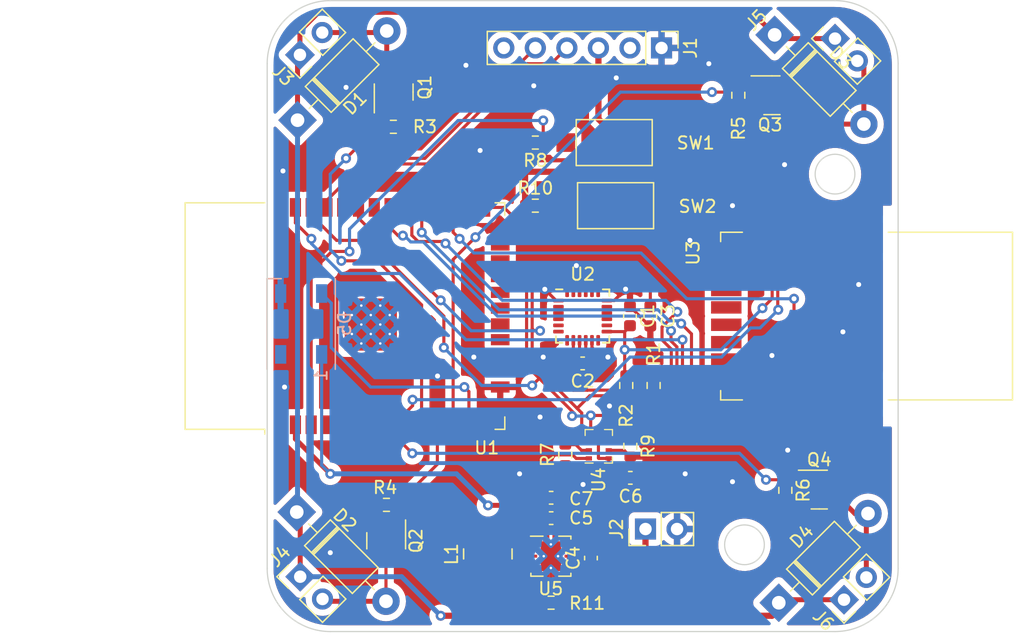
<source format=kicad_pcb>
(kicad_pcb (version 20211014) (generator pcbnew)
  (layers (0 "F.Cu" signal) (31 "B.Cu" signal) (34 "B.Paste" user) (35 "F.Paste" user) (36 "B.SilkS" user "B.Silkscreen") (37 "F.SilkS" user "F.Silkscreen") (38 "B.Mask" user) (39 "F.Mask" user) (44 "Edge.Cuts" user))
  (net 0 "")
  (net 24 "ESP_RX")
  (net 27 "ESP_TX")
  (net 28 "Net-(R8-Pad2)")
  (net 29 "Net-(R10-Pad2)")
  (net 36 "GND")
  (net 37 "MISO")
  (net 38 "SCK")
  (net 40 "VCC")
  (net 41 "MOSI")
  (net 42 "MPU_IRQ")
  (net 43 "DW_RST")
  (net 44 "SS")
  (net 45 "SDA")
  (net 46 "SCL")
  (net 47 "DW_IRQ")
  (net 48 "Net-(C2-Pad1)")
  (net 49 "Net-(C3-Pad1)")
  (net 50 "MOTOR_4")
  (net 51 "MOTOR_1")
  (net 52 "MOTOR_2")
  (net 53 "MOTOR_3")
  (net 54 "Net-(D1-Pad2)")
  (net 55 "Net-(D2-Pad2)")
  (net 56 "Net-(D3-Pad2)")
  (net 57 "Net-(D4-Pad2)")
  (net 58 "Net-(R7-Pad2)")
  (net 59 "Net-(R9-Pad1)")
  (net 69 "WS_IN")
  (net 71 "Net-(C4-Pad1)")
  (net 72 "BAT+")
  (net 73 "Net-(L1-Pad1)")
  (net 74 "Net-(L1-Pad2)")
  (net 75 "Net-(U1-Pad13)")
  (footprint "Resistor_SMD:R_0603_1608Metric" (layer "F.Cu") (at 107.315 107.188 -90)
    (fp_text reference "R1")
    (fp_text value "R_Small" hide)
  )
  (footprint "Resistor_SMD:R_0603_1608Metric" (layer "F.Cu") (at 97.79 92.71)
    (fp_text reference "R10")
    (fp_text value "10K" hide)
  )
  (footprint "Connector_PinHeader_2.54mm:PinHeader_1x02_P2.54mm_Vertical" (layer "F.Cu") (at 78.837057 80.565679 135)
    (fp_text reference "J3")
    (fp_text value "Conn_01x02" hide)
  )
  (footprint "Package_TO_SOT_SMD:SOT-23" (layer "F.Cu") (at 85.781542 119.691168 -90)
    (fp_text reference "Q2")
    (fp_text value "Si2319CDS" hide)
  )
  (footprint "Resistor_SMD:R_0603_1608Metric" (layer "F.Cu") (at 117.920084 115.629341 -90)
    (fp_text reference "R6")
    (fp_text value "R_Small" hide)
  )
  (footprint "RF_Module:DWM1000" (layer "F.Cu") (at 124.46 101.6 -90)
    (fp_text reference "U3")
    (fp_text value "DWM1000" hide)
  )
  (footprint "Package_TO_SOT_SMD:SOT-23" (layer "F.Cu") (at 116.84 83.82)
    (fp_text reference "Q3")
    (fp_text value "Si2319CDS" hide)
  )
  (footprint "Resistor_SMD:R_0603_1608Metric" (layer "F.Cu") (at 105.44 112.085 -90)
    (fp_text reference "R9")
    (fp_text value "10K" hide)
  )
  (footprint "Sensor_Motion:InvenSense_QFN-24_4x4mm_P0.5mm" (layer "F.Cu") (at 101.6 101.6)
    (fp_text reference "U2")
    (fp_text value "MPU-6050" hide)
  )
  (footprint "Connector_PinHeader_2.54mm:PinHeader_1x02_P2.54mm_Vertical" (layer "F.Cu") (at 121.92 79.2557 45)
    (fp_text reference "J5")
    (fp_text value "Conn_01x02" hide)
  )
  (footprint "LPS4012:IND_LPS4012-103MRB" (layer "F.Cu") (at 93.965254 120.748061 90)
    (fp_text reference "L1")
    (fp_text value "LPS4012-103MRB" hide)
  )
  (footprint "Resistor_SMD:R_0603_1608Metric" (layer "F.Cu") (at 114.133835 83.82 -90)
    (fp_text reference "R5")
    (fp_text value "R_Small" hide)
  )
  (footprint "Resistor_SMD:R_0603_1608Metric" (layer "F.Cu") (at 105.11 107.188 -90)
    (fp_text reference "R2")
    (fp_text value "R_Small" hide)
  )
  (footprint "Connector_PinHeader_2.54mm:PinHeader_1x02_P2.54mm_Vertical" (layer "F.Cu") (at 122.644025 124.436286 135)
    (fp_text reference "J6")
    (fp_text value "Conn_01x02" hide)
  )
  (footprint "Package_TO_SOT_SMD:SOT-23" (layer "F.Cu") (at 86.384934 83.559996 90)
    (fp_text reference "Q1")
    (fp_text value "Si2319CDS" hide)
  )
  (footprint "Capacitor_SMD:C_0603_1608Metric" (layer "F.Cu") (at 102.267846 121.083827 90)
    (fp_text reference "C4")
    (fp_text value "0.1uF" hide)
  )
  (footprint "Capacitor_SMD:C_0603_1608Metric" (layer "F.Cu") (at 105.41 101.6 -90)
    (fp_text reference "C1")
    (fp_text value "C")
  )
  (footprint "Resistor_SMD:R_0603_1608Metric" (layer "F.Cu") (at 99.06 124.676358)
    (fp_text reference "R11")
    (fp_text value "100" hide)
  )
  (footprint "Package_SON:Texas_DRC0010J_ThermalVias" (layer "F.Cu") (at 99.042452 120.931206)
    (fp_text reference "U5")
    (fp_text value "TPS63001" hide)
  )
  (footprint "Resistor_SMD:R_0603_1608Metric" (layer "F.Cu") (at 86.36 86.36)
    (fp_text reference "R3")
    (fp_text value "R_Small" hide)
  )
  (footprint "Diode_THT:D_DO-41_SOD81_P10.16mm_Horizontal" (layer "F.Cu") (at 78.642492 85.826697 45)
    (fp_text reference "D1")
    (fp_text value "1N5819" hide)
  )
  (footprint "Package_LGA:Bosch_LGA-8_2x2.5mm_P0.65mm_ClockwisePinNumbering" (layer "F.Cu") (at 102.9 112.085 90)
    (fp_text reference "U4")
    (fp_text value "BMP280" hide)
  )
  (footprint "Button_Switch_SMD:SW_SPST_CK_RS282G05A3" (layer "F.Cu") (at 104.25 92.71)
    (fp_text reference "SW2")
    (fp_text value "SW_Push_Open" hide)
  )
  (footprint "Capacitor_SMD:C_0603_1608Metric" (layer "F.Cu") (at 101.6 105.41 180)
    (fp_text reference "C2")
    (fp_text value "C")
  )
  (footprint "RF_Module:ESP32-WROOM-32" (layer "F.Cu") (at 85.452071 101.6 90)
    (fp_text reference "U1")
    (fp_text value "ESP32-WROOM-32" hide)
  )
  (footprint "Resistor_SMD:R_0603_1608Metric" (layer "F.Cu") (at 97.79 87.63)
    (fp_text reference "R8")
    (fp_text value "10K" hide)
  )
  (footprint "Diode_THT:D_DO-41_SOD81_P10.16mm_Horizontal" (layer "F.Cu") (at 78.580684 117.378366 -45)
    (fp_text reference "D2")
    (fp_text value "1N5819" hide)
  )
  (footprint "Diode_THT:D_DO-41_SOD81_P10.16mm_Horizontal" (layer "F.Cu") (at 117.390235 124.681275 45)
    (fp_text reference "D4")
    (fp_text value "1N5819" hide)
  )
  (footprint "Connector_PinHeader_2.54mm:PinHeader_1x02_P2.54mm_Vertical" (layer "F.Cu") (at 106.66 118.745 90)
    (fp_text reference "J2")
    (fp_text value "Conn_01x02" hide)
  )
  (footprint "Diode_THT:D_DO-41_SOD81_P10.16mm_Horizontal" (layer "F.Cu") (at 117.057898 78.957898 -45)
    (fp_text reference "D3")
    (fp_text value "1N5819" hide)
  )
  (footprint "Capacitor_SMD:C_0603_1608Metric" (layer "F.Cu") (at 99.064521 117.868608 180)
    (fp_text reference "C5")
    (fp_text value "0.1uF" hide)
  )
  (footprint "Resistor_SMD:R_0603_1608Metric" (layer "F.Cu") (at 100.203 112.776 90)
    (fp_text reference "R7")
    (fp_text value "10K" hide)
  )
  (footprint "Resistor_SMD:R_0603_1608Metric" (layer "F.Cu") (at 85.802641 116.800693 180)
    (fp_text reference "R4")
    (fp_text value "R_Small" hide)
  )
  (footprint "Capacitor_SMD:C_0603_1608Metric" (layer "F.Cu") (at 107.048911 101.611935 -90)
    (fp_text reference "C3")
    (fp_text value "C")
  )
  (footprint "Button_Switch_SMD:SW_SPST_CK_RS282G05A3" (layer "F.Cu") (at 104.14 87.63 180)
    (fp_text reference "SW1")
    (fp_text value "SW_Push_Open" hide)
  )
  (footprint "Capacitor_SMD:C_0603_1608Metric" (layer "F.Cu") (at 99.062801 116.230473 180)
    (fp_text reference "C7")
    (fp_text value "0.1uF" hide)
  )
  (footprint "Capacitor_SMD:C_0603_1608Metric" (layer "F.Cu") (at 105.44 114.625)
    (fp_text reference "C6")
    (fp_text value "C" hide)
  )
  (footprint "Package_TO_SOT_SMD:SOT-23" (layer "F.Cu") (at 120.65 115.57)
    (fp_text reference "Q4")
    (fp_text value "Si2319CDS" hide)
  )
  (footprint "Connector_PinHeader_2.54mm:PinHeader_1x06_P2.54mm_Vertical" (layer "F.Cu") (at 107.95 80.01 -90)
    (fp_text reference "J1")
    (fp_text value "Conn_01x06" hide)
  )
  (footprint "Connector_PinHeader_2.54mm:PinHeader_1x02_P2.54mm_Vertical" (layer "F.Cu") (at 78.858992 122.584366 45)
    (fp_text reference "J4")
    (fp_text value "Conn_01x02" hide)
  )
  (footprint "LED_SMD:LED_WS2812B_PLCC4_5.0x5.0mm_P3.2mm" (layer "B.Cu") (at 78.934338 102.235248 90)
    (fp_text reference "D5")
    (fp_text value "WS2812B")
  )
  (gr_circle (center 114.63 120.015) (end 116.23 120.015) (layer "Edge.Cuts") (width 0.1) (fill none))
  (gr_line (start 76.2 121.92) (end 76.2 81.28) (layer "Edge.Cuts") (width 0.1))
  (gr_circle (center 121.92 90.17) (end 123.52 90.17) (layer "Edge.Cuts") (width 0.1) (fill none))
  (gr_line (start 81.28 127) (end 121.92 127) (layer "Edge.Cuts") (width 0.1))
  (gr_arc (start 127 121.92) (mid 125.512102 125.512102) (end 121.92 127) (layer "Edge.Cuts") (width 0.1))
  (gr_line (start 121.92 76.2) (end 81.28 76.2) (layer "Edge.Cuts") (width 0.1))
  (gr_arc (start 81.28 127) (mid 77.687898 125.512102) (end 76.2 121.92) (layer "Edge.Cuts") (width 0.1))
  (gr_arc (start 76.2 81.28) (mid 77.687898 77.687898) (end 81.28 76.2) (layer "Edge.Cuts") (width 0.1))
  (gr_arc (start 121.92 76.2) (mid 125.512102 77.687898) (end 127 81.28) (layer "Edge.Cuts") (width 0.1))
  (gr_line (start 127 121.92) (end 127 81.28) (layer "Edge.Cuts") (width 0.1))
  (segment (start 84.64 89.35) (end 89.086396 89.35) (width 0.25) (layer "F.Cu") (net 24))
  (segment (start 82.282071 91.707929) (end 84.64 89.35) (width 0.25) (layer "F.Cu") (net 24))
  (segment (start 99.06 81.28) (end 100.33 80.01) (width 0.25) (layer "F.Cu") (net 24))
  (segment (start 82.282071 92.85) (end 82.282071 91.707929) (width 0.25) (layer "F.Cu") (net 24))
  (segment (start 97.156396 81.28) (end 99.06 81.28) (width 0.25) (layer "F.Cu") (net 24))
  (segment (start 89.086396 89.35) (end 97.156396 81.28) (width 0.25) (layer "F.Cu") (net 24))
  (segment (start 81.012071 92.27) (end 81.012071 92.85) (width 0.25) (layer "F.Cu") (net 27))
  (segment (start 97.79 80.01) (end 88.9 88.9) (width 0.25) (layer "F.Cu") (net 27))
  (segment (start 84.382071 88.9) (end 81.012071 92.27) (width 0.25) (layer "F.Cu") (net 27))
  (segment (start 88.9 88.9) (end 84.382071 88.9) (width 0.25) (layer "F.Cu") (net 27))
  (segment (start 81.403168 96.396832) (end 79.742071 98.057929) (width 0.25) (layer "F.Cu") (net 28))
  (segment (start 100.24 87.63) (end 98.615 87.63) (width 0.25) (layer "F.Cu") (net 28))
  (segment (start 79.742071 98.057929) (end 79.742071 110.35) (width 0.25) (layer "F.Cu") (net 28))
  (segment (start 98.425 87.44) (end 98.615 87.63) (width 0.25) (layer "F.Cu") (net 28))
  (segment (start 82.829566 96.396832) (end 81.403168 96.396832) (width 0.25) (layer "F.Cu") (net 28))
  (segment (start 98.425 85.852) (end 98.425 87.44) (width 0.25) (layer "F.Cu") (net 28))
  (via (at 98.425 85.852) (size 0.8) (drill 0.4) (layers "F.Cu" "B.Cu") (net 28))
  (via (at 82.829566 96.396832) (size 0.8) (drill 0.4) (layers "F.Cu" "B.Cu") (net 28))
  (segment (start 91.567 85.852) (end 98.425 85.852) (width 0.25) (layer "B.Cu") (net 28))
  (segment (start 82.829566 94.589434) (end 91.567 85.852) (width 0.25) (layer "B.Cu") (net 28))
  (segment (start 82.829566 96.396832) (end 82.829566 94.589434) (width 0.25) (layer "B.Cu") (net 28))
  (segment (start 96.139 93.726) (end 97.599 93.726) (width 0.25) (layer "F.Cu") (net 29))
  (segment (start 95.263 92.85) (end 96.139 93.726) (width 0.25) (layer "F.Cu") (net 29))
  (segment (start 93.712071 92.85) (end 95.263 92.85) (width 0.25) (layer "F.Cu") (net 29))
  (segment (start 100.35 92.71) (end 98.615 92.71) (width 0.25) (layer "F.Cu") (net 29))
  (segment (start 97.599 93.726) (end 98.615 92.71) (width 0.25) (layer "F.Cu") (net 29))
  (segment (start 101.079462 113.06) (end 100.795462 112.776) (width 0.25) (layer "F.Cu") (net 36))
  (segment (start 103.7 112.41) (end 104.94 112.41) (width 0.25) (layer "F.Cu") (net 36))
  (segment (start 102.35 103.55) (end 102.35 104.128) (width 0.25) (layer "F.Cu") (net 36))
  (segment (start 104.138454 100.35) (end 105.057884 99.43057) (width 0.25) (layer "F.Cu") (net 36))
  (segment (start 103.124 104.902) (end 103.632 104.902) (width 0.25) (layer "F.Cu") (net 36))
  (segment (start 113.1638 106.5) (end 111.707 106.5) (width 0.25) (layer "F.Cu") (net 36))
  (segment (start 102.35 104.128) (end 103.124 104.902) (width 0.25) (layer "F.Cu") (net 36))
  (segment (start 99.042452 123.172452) (end 99.06 123.19) (width 0.25) (layer "F.Cu") (net 36))
  (segment (start 99.461 100.35) (end 98.552 99.441) (width 0.25) (layer "F.Cu") (net 36))
  (segment (start 100.825 105.41) (end 101.35 104.885) (width 0.25) (layer "F.Cu") (net 36))
  (segment (start 104.94 112.41) (end 105.44 112.91) (width 0.25) (layer "F.Cu") (net 36))
  (segment (start 106.971935 102.386935) (end 105.41 100.825) (width 0.25) (layer "F.Cu") (net 36))
  (segment (start 111.707 106.5) (end 111.252 106.045) (width 0.25) (layer "F.Cu") (net 36))
  (segment (start 100.442452 120.431206) (end 99.542452 120.431206) (width 0.25) (layer "F.Cu") (net 36))
  (segment (start 100.795462 112.776) (end 99.187 112.776) (width 0.25) (layer "F.Cu") (net 36))
  (segment (start 99.042452 120.931206) (end 99.042452 123.172452) (width 0.25) (layer "F.Cu") (net 36))
  (segment (start 99.542452 120.431206) (end 99.042452 120.931206) (width 0.25) (layer "F.Cu") (net 36))
  (segment (start 107.048911 102.386935) (end 106.971935 102.386935) (width 0.25) (layer "F.Cu") (net 36))
  (segment (start 102.1 113.06) (end 101.079462 113.06) (width 0.25) (layer "F.Cu") (net 36))
  (segment (start 99.65 100.35) (end 99.461 100.35) (width 0.25) (layer "F.Cu") (net 36))
  (segment (start 101.35 104.885) (end 101.35 103.55) (width 0.25) (layer "F.Cu") (net 36))
  (segment (start 103.55 100.35) (end 104.138454 100.35) (width 0.25) (layer "F.Cu") (net 36))
  (via (at 113.665 114.935) (size 0.8) (drill 0.4) (layers "F.Cu" "B.Cu") (net 36))
  (via (at 77.47 89.916) (size 0.8) (drill 0.4) (layers "F.Cu" "B.Cu") (net 36))
  (via (at 89.916 106.426) (size 0.8) (drill 0.4) (layers "F.Cu" "B.Cu") (net 36))
  (via (at 98.425 104.902) (size 0.8) (drill 0.4) (layers "F.Cu" "B.Cu") (net 36))
  (via (at 110.236 95.504) (size 0.8) (drill 0.4) (layers "F.Cu" "B.Cu") (net 36))
  (via (at 101.631644 115.158615) (size 0.8) (drill 0.4) (layers "F.Cu" "B.Cu") (net 36))
  (via (at 82.55 83.185) (size 0.8) (drill 0.4) (layers "F.Cu" "B.Cu") (net 36))
  (via (at 92.837 104.902) (size 0.8) (drill 0.4) (layers "F.Cu" "B.Cu") (net 36))
  (via (at 122.555 102.87) (size 0.8) (drill 0.4) (layers "F.Cu" "B.Cu") (net 36))
  (via (at 93.345 88.265) (size 0.8) (drill 0.4) (layers "F.Cu" "B.Cu") (net 36))
  (via (at 118.11 112.395) (size 0.8) (drill 0.4) (layers "F.Cu" "B.Cu") (net 36))
  (via (at 103.632 104.902) (size 0.8) (drill 0.4) (layers "F.Cu" "B.Cu") (net 36))
  (via (at 113.665 92.71) (size 0.8) (drill 0.4) (layers "F.Cu" "B.Cu") (net 36))
  (via (at 111.76 81.28) (size 0.8) (drill 0.4) (layers "F.Cu" "B.Cu") (net 36))
  (via (at 104.305346 82.419271) (size 0.8) (drill 0.4) (layers "F.Cu" "B.Cu") (net 36))
  (via (at 103.759 108.839) (size 0.8) (drill 0.4) (layers "F.Cu" "B.Cu") (net 36))
  (via (at 77.597 107.315) (size 0.8) (drill 0.4) (layers "F.Cu" "B.Cu") (net 36))
  (via (at 101.092 97.536) (size 0.8) (drill 0.4) (layers "F.Cu" "B.Cu") (net 36))
  (via (at 96.52 114.3) (size 0.8) (drill 0.4) (layers "F.Cu" "B.Cu") (net 36))
  (via (at 123.825 99.06) (size 0.8) (drill 0.4) (layers "F.Cu" "B.Cu") (net 36))
  (via (at 98.171 109.728) (size 0.8) (drill 0.4) (layers "F.Cu" "B.Cu") (net 36))
  (via (at 98.552 99.441) (size 0.8) (drill 0.4) (layers "F.Cu" "B.Cu") (net 36))
  (via (at 117.856 89.408) (size 0.8) (drill 0.4) (layers "F.Cu" "B.Cu") (net 36))
  (via (at 105.057884 99.43057) (size 0.8) (drill 0.4) (layers "F.Cu" "B.Cu") (net 36))
  (via (at 81.28 120.65) (size 0.8) (drill 0.4) (layers "F.Cu" "B.Cu") (net 36))
  (via (at 116.84 104.775) (size 0.8) (drill 0.4) (layers "F.Cu" "B.Cu") (net 36))
  (via (at 97.663 83.058) (size 0.8) (drill 0.4) (layers "F.Cu" "B.Cu") (net 36))
  (via (at 109.855 114.3) (size 0.8) (drill 0.4) (layers "F.Cu" "B.Cu") (net 36))
  (via (at 92.202 81.407) (size 0.8) (drill 0.4) (layers "F.Cu" "B.Cu") (net 36))
  (segment (start 109.1885 104.080305) (end 108.71508 103.606885) (width 0.25) (layer "F.Cu") (net 37))
  (segment (start 113.281208 110.49) (end 109.1885 106.397292) (width 0.25) (layer "F.Cu") (net 37))
  (segment (start 108.71508 103.606885) (end 108.71508 102.7805) (width 0.25) (layer "F.Cu") (net 37))
  (segment (start 87.122 95.123) (end 86.741 95.123) (width 0.25) (layer "F.Cu") (net 37))
  (segment (start 118.2588 107.9) (end 118.2588 108.8172) (width 0.25) (layer "F.Cu") (net 37))
  (segment (start 109.1885 106.397292) (end 109.1885 104.080305) (width 0.25) (layer "F.Cu") (net 37))
  (segment (start 116.586 110.49) (end 113.281208 110.49) (width 0.25) (layer "F.Cu") (net 37))
  (segment (start 86.741 95.123) (end 86.092071 94.474071) (width 0.25) (layer "F.Cu") (net 37))
  (segment (start 118.2588 108.8172) (end 116.586 110.49) (width 0.25) (layer "F.Cu") (net 37))
  (segment (start 86.092071 94.474071) (end 86.092071 92.85) (width 0.25) (layer "F.Cu") (net 37))
  (via (at 87.122 95.123) (size 0.8) (drill 0.4) (layers "F.Cu" "B.Cu") (net 37))
  (via (at 108.71508 102.7805) (size 0.8) (drill 0.4) (layers "F.Cu" "B.Cu") (net 37))
  (segment (start 94.740604 101.6) (end 88.771604 95.631) (width 0.25) (layer "B.Cu") (net 37))
  (segment (start 107.53458 101.6) (end 94.740604 101.6) (width 0.25) (layer "B.Cu") (net 37))
  (segment (start 108.71508 102.7805) (end 107.53458 101.6) (width 0.25) (layer "B.Cu") (net 37))
  (segment (start 87.757 95.631) (end 87.249 95.123) (width 0.25) (layer "B.Cu") (net 37))
  (segment (start 88.771604 95.631) (end 87.757 95.631) (width 0.25) (layer "B.Cu") (net 37))
  (segment (start 87.249 95.123) (end 87.122 95.123) (width 0.25) (layer "B.Cu") (net 37))
  (segment (start 109.213775 101.2565) (end 109.22 101.2565) (width 0.25) (layer "F.Cu") (net 38))
  (segment (start 90.395598 95.594) (end 88.345695 95.594) (width 0.25) (layer "F.Cu") (net 38))
  (segment (start 108.7385 106.583688) (end 108.7385 104.266701) (width 0.25) (layer "F.Cu") (net 38))
  (segment (start 88.345695 95.594) (end 87.847 95.095305) (width 0.25) (layer "F.Cu") (net 38))
  (segment (start 90.555299 95.753701) (end 90.395598 95.594) (width 0.25) (layer "F.Cu") (net 38))
  (segment (start 118.0938 110.94) (end 113.094812 110.94) (width 0.25) (layer "F.Cu") (net 38))
  (segment (start 119.6588 107.9) (end 119.6588 109.375) (width 0.25) (layer "F.Cu") (net 38))
  (segment (start 107.99008 103.518281) (end 107.99008 102.480195) (width 0.25) (layer "F.Cu") (net 38))
  (segment (start 87.847 93.334929) (end 87.362071 92.85) (width 0.25) (layer "F.Cu") (net 38))
  (segment (start 113.094812 110.94) (end 108.7385 106.583688) (width 0.25) (layer "F.Cu") (net 38))
  (segment (start 107.99008 102.480195) (end 109.213775 101.2565) (width 0.25) (layer "F.Cu") (net 38))
  (segment (start 87.847 95.095305) (end 87.847 93.334929) (width 0.25) (layer "F.Cu") (net 38))
  (segment (start 119.6588 109.375) (end 118.0938 110.94) (width 0.25) (layer "F.Cu") (net 38))
  (segment (start 108.7385 104.266701) (end 107.99008 103.518281) (width 0.25) (layer "F.Cu") (net 38))
  (via (at 90.555299 95.753701) (size 0.8) (drill 0.4) (layers "F.Cu" "B.Cu") (net 38))
  (via (at 109.22 101.2565) (size 0.8) (drill 0.4) (layers "F.Cu" "B.Cu") (net 38))
  (segment (start 95.131598 100.33) (end 108.2935 100.33) (width 0.25) (layer "B.Cu") (net 38))
  (segment (start 108.2935 100.33) (end 109.22 101.2565) (width 0.25) (layer "B.Cu") (net 38))
  (segment (start 90.555299 95.753701) (end 95.131598 100.33) (width 0.25) (layer "B.Cu") (net 38))
  (segment (start 97.642452 119.931206) (end 97.642452 119.527548) (width 0.25) (layer "F.Cu") (net 40))
  (segment (start 104.505 114.785) (end 104.665 114.625) (width 0.25) (layer "F.Cu") (net 40))
  (segment (start 103.55 102.85) (end 104.985 102.85) (width 0.25) (layer "F.Cu") (net 40))
  (segment (start 78.472071 111.492071) (end 81.28 114.3) (width 0.4) (layer "F.Cu") (net 40))
  (segment (start 116.8588 95.3) (end 116.8588 100.1842) (width 0.25) (layer "F.Cu") (net 40))
  (segment (start 96.965 87.63) (end 96.965 89.98) (width 0.5) (layer "F.Cu") (net 40))
  (segment (start 101.051 113.601) (end 101.369 113.919) (width 0.25) (layer "F.Cu") (net 40))
  (segment (start 101.6 118.11) (end 101.358608 117.868608) (width 0.25) (layer "F.Cu") (net 40))
  (segment (start 103.06 89.98) (end 96.965 89.98) (width 0.5) (layer "F.Cu") (net 40))
  (segment (start 105.0925 87.9475) (end 107.315 90.17) (width 0.5) (layer "F.Cu") (net 40))
  (segment (start 101.985604 107.563) (end 103.91 107.563) (width 0.25) (layer "F.Cu") (net 40))
  (segment (start 103.91 107.563) (end 105.11 106.363) (width 0.25) (layer "F.Cu") (net 40))
  (segment (start 97.642452 119.527548) (end 97.79 119.38) (width 0.25) (layer "F.Cu") (net 40))
  (segment (start 105.41 102.425) (end 104.985 102.85) (width 0.25) (layer "F.Cu") (net 40))
  (segment (start 78.580684 110.458613) (end 78.472071 110.35) (width 0.4) (layer "F.Cu") (net 40))
  (segment (start 97.79 119.38) (end 98.030946 119.38) (width 0.25) (layer "F.Cu") (net 40))
  (segment (start 107.315 106.363) (end 107.503208 106.363) (width 0.25) (layer "F.Cu") (net 40))
  (segment (start 107.315 90.17) (end 112.9538 90.17) (width 0.5) (layer "F.Cu") (net 40))
  (segment (start 99.542338 117.868608) (end 99.839521 117.868608) (width 0.25) (layer "F.Cu") (net 40))
  (segment (start 104.985 102.85) (end 104.985 104.311) (width 0.25) (layer "F.Cu") (net 40))
  (segment (start 101.979604 107.569) (end 101.985604 107.563) (width 0.25) (layer "F.Cu") (net 40))
  (segment (start 98.030946 119.38) (end 99.542338 117.868608) (width 0.25) (layer "F.Cu") (net 40))
  (segment (start 105.0925 87.9475) (end 103.06 89.98) (width 0.5) (layer "F.Cu") (net 40))
  (segment (start 105.41 102.375) (end 105.41 102.425) (width 0.25) (layer "F.Cu") (net 40))
  (segment (start 99.837801 117.866888) (end 99.839521 117.868608) (width 0.25) (layer "F.Cu") (net 40))
  (segment (start 112.9538 90.17) (end 116.8588 94.075) (width 0.5) (layer "F.Cu") (net 40))
  (segment (start 107.315 106.363) (end 105.11 106.363) (width 0.25) (layer "F.Cu") (net 40))
  (segment (start 96.965 89.98) (end 96.965 92.71) (width 0.5) (layer "F.Cu") (net 40))
  (segment (start 108.115 106.974792) (end 108.115 108.430462) (width 0.25) (layer "F.Cu") (net 40))
  (segment (start 100.838 107.569) (end 101.979604 107.569) (width 0.25) (layer "F.Cu") (net 40))
  (segment (start 100.85 103.55) (end 100.85 104.3566) (width 0.25) (layer "F.Cu") (net 40))
  (segment (start 104.985 106.238) (end 105.11 106.363) (width 0.25) (layer "F.Cu") (net 40))
  (segment (start 99.837801 116.230473) (end 99.837801 113.966199) (width 0.25) (layer "F.Cu") (net 40))
  (segment (start 116.8588 94.075) (end 116.8588 95.3) (width 0.5) (layer "F.Cu") (net 40))
  (segment (start 99.441 105.029) (end 99.441 106.172) (width 0.25) (layer "F.Cu") (net 40))
  (segment (start 101.358608 117.868608) (end 99.839521 117.868608) (width 0.25) (layer "F.Cu") (net 40))
  (segment (start 101.6 119.38) (end 101.6 118.11) (width 0.25) (layer "F.Cu") (net 40))
  (segment (start 108.115 108.430462) (end 106.494462 110.051) (width 0.25) (layer "F.Cu") (net 40))
  (segment (start 78.472071 110.35) (end 78.472071 111.492071) (width 0.4) (layer "F.Cu") (net 40))
  (segment (start 100.442452 119.931206) (end 101.048794 119.931206) (width 0.25) (layer "F.Cu") (net 40))
  (segment (start 99.9744 104.4956) (end 99.441 105.029) (width 0.25) (layer "F.Cu") (net 40))
  (segment (start 119.6588 95.3) (end 118.2588 95.3) (width 0.25) (layer "F.Cu") (net 40))
  (segment (start 102.87 85.725) (end 105.0925 87.9475) (width 0.5) (layer "F.Cu") (net 40))
  (segment (start 102.87 111.76) (end 102.87 113.03) (width 0.25) (layer "F.Cu") (net 40))
  (segment (start 100.203 113.601) (end 101.051 113.601) (width 0.25) (layer "F.Cu") (net 40))
  (segment (start 99.441 106.172) (end 100.838 107.569) (width 0.25) (layer "F.Cu") (net 40))
  (segment (start 100.711 104.4956) (end 99.9744 104.4956) (width 0.25) (layer "F.Cu") (net 40))
  (segment (start 103.606 113.919) (end 103.7 113.825) (width 0.25) (layer "F.Cu") (net 40))
  (segment (start 102.9 113.06) (end 103.7 113.06) (width 0.25) (layer "F.Cu") (net 40))
  (segment (start 104.665 114.625) (end 104.5 114.625) (width 0.25) (layer "F.Cu") (net 40))
  (segment (start 99.837801 113.966199) (end 100.203 113.601) (width 0.25) (layer "F.Cu") (net 40))
  (segment (start 100.85 104.3566) (end 100.711 104.4956) (width 0.25) (layer "F.Cu") (net 40))
  (segment (start 102.87 113.03) (end 102.9 113.06) (width 0.25) (layer "F.Cu") (net 40))
  (segment (start 103.7 111.76) (end 102.87 111.76) (width 0.25) (layer "F.Cu") (net 40))
  (segment (start 99.837801 116.230473) (end 99.837801 117.866888) (width 0.25) (layer "F.Cu") (net 40))
  (segment (start 102.87 110.49) (end 102.87 111.76) (width 0.25) (layer "F.Cu") (net 40))
  (segment (start 101.048794 119.931206) (end 101.6 119.38) (width 0.25) (layer "F.Cu") (net 40))
  (segment (start 104.5 114.625) (end 103.7 113.825) (width 0.25) (layer "F.Cu") (net 40))
  (segment (start 103.309 110.051) (end 102.87 110.49) (width 0.25) (layer "F.Cu") (net 40))
  (segment (start 104.985 104.311) (end 104.985 106.238) (width 0.25) (layer "F.Cu") (net 40))
  (segment (start 101.369 113.919) (end 103.606 113.919) (width 0.25) (layer "F.Cu") (net 40))
  (segment (start 94.954904 116.84) (end 97.642452 119.527548) (width 0.4) (layer "F.Cu") (net 40))
  (segment (start 102.87 80.01) (end 102.87 85.725) (width 0.5) (layer "F.Cu") (net 40))
  (segment (start 103.7 113.06) (end 103.7 113.825) (width 0.25) (layer "F.Cu") (net 40))
  (segment (start 93.98 116.84) (end 94.954904 116.84) (width 0.4) (layer "F.Cu") (net 40))
  (segment (start 118.2588 95.3) (end 116.8588 95.3) (width 0.25) (layer "F.Cu") (net 40))
  (segment (start 106.494462 110.051) (end 103.309 110.051) (width 0.25) (layer "F.Cu") (net 40))
  (segment (start 107.503208 106.363) (end 108.115 106.974792) (width 0.25) (layer "F.Cu") (net 40))
  (segment (start 116.8588 100.1842) (end 116.078 100.965) (width 0.25) (layer "F.Cu") (net 40))
  (via (at 81.28 114.3) (size 0.8) (drill 0.4) (layers "F.Cu" "B.Cu") (net 40))
  (via (at 104.985 104.311) (size 0.8) (drill 0.4) (layers "F.Cu" "B.Cu") (net 40))
  (via (at 93.98 116.84) (size 0.8) (drill 0.4) (layers "F.Cu" "B.Cu") (net 40))
  (via (at 116.078 100.965) (size 0.8) (drill 0.4) (layers "F.Cu" "B.Cu") (net 40))
  (segment (start 80.584338 113.604338) (end 81.28 114.3) (width 0.25) (layer "B.Cu") (net 40))
  (segment (start 116.078 100.965) (end 112.732 104.311) (width 0.25) (layer "B.Cu") (net 40))
  (segment (start 81.28 114.3) (end 91.44 114.3) (width 0.4) (layer "B.Cu") (net 40))
  (segment (start 112.732 104.311) (end 104.985 104.311) (width 0.25) (layer "B.Cu") (net 40))
  (segment (start 91.44 114.3) (end 93.98 116.84) (width 0.4) (layer "B.Cu") (net 40))
  (segment (start 80.584338 104.685248) (end 80.584338 113.604338) (width 0.25) (layer "B.Cu") (net 40))
  (segment (start 116.147 110.04) (end 113.467604 110.04) (width 0.25) (layer "F.Cu") (net 41))
  (segment (start 116.86 109.327) (end 116.147 110.04) (width 0.25) (layer "F.Cu") (net 41))
  (segment (start 79.756 95.377) (end 78.472071 94.093071) (width 0.25) (layer "F.Cu") (net 41))
  (segment (start 116.86 107.9) (end 116.86 109.327) (width 0.25) (layer "F.Cu") (net 41))
  (segment (start 78.472071 94.093071) (end 78.472071 92.85) (width 0.25) (layer "F.Cu") (net 41))
  (segment (start 109.6385 106.210896) (end 109.6385 103.505) (width 0.25) (layer "F.Cu") (net 41))
  (segment (start 113.467604 110.04) (end 109.6385 106.210896) (width 0.25) (layer "F.Cu") (net 41))
  (via (at 79.756 95.377) (size 0.8) (drill 0.4) (layers "F.Cu" "B.Cu") (net 41))
  (via (at 109.6385 103.505) (size 0.8) (drill 0.4) (layers "F.Cu" "B.Cu") (net 41))
  (segment (start 86.868 98.171) (end 82.169 98.171) (width 0.25) (layer "B.Cu") (net 41))
  (segment (start 109.6385 103.505) (end 92.202 103.505) (width 0.25) (layer "B.Cu") (net 41))
  (segment (start 92.202 103.505) (end 90.932 102.235) (width 0.25) (layer "B.Cu") (net 41))
  (segment (start 90.932 102.235) (end 86.868 98.171) (width 0.25) (layer "B.Cu") (net 41))
  (segment (start 82.169 98.171) (end 79.756 95.758) (width 0.25) (layer "B.Cu") (net 41))
  (segment (start 79.756 95.758) (end 79.756 95.377) (width 0.25) (layer "B.Cu") (net 41))
  (segment (start 87.907571 108.331) (end 87.907571 108.815429) (width 0.25) (layer "F.Cu") (net 43))
  (segment (start 122.301 97.155) (end 121.666 97.79) (width 0.25) (layer "F.Cu") (net 43))
  (segment (start 87.907571 108.815429) (end 87.362071 109.360929) (width 0.25) (layer "F.Cu") (net 43))
  (segment (start 117.3088 97.79) (end 117.3088 101.0528) (width 0.25) (layer "F.Cu") (net 43))
  (segment (start 87.362071 109.360929) (end 87.362071 110.35) (width 0.25) (layer "F.Cu") (net 43))
  (segment (start 121.666 97.79) (end 117.3088 97.79) (width 0.25) (layer "F.Cu") (net 43))
  (segment (start 122.4588 96.9972) (end 122.301 97.155) (width 0.25) (layer "F.Cu") (net 43))
  (segment (start 117.3088 101.0528) (end 117.348 101.092) (width 0.25) (layer "F.Cu") (net 43))
  (segment (start 122.4588 95.3) (end 122.4588 96.9972) (width 0.25) (layer "F.Cu") (net 43))
  (via (at 87.907571 108.331) (size 0.8) (drill 0.4) (layers "F.Cu" "B.Cu") (net 43))
  (via (at 117.348 101.092) (size 0.8) (drill 0.4) (layers "F.Cu" "B.Cu") (net 43))
  (segment (start 105.029 105.283) (end 101.981 108.331) (width 0.25) (layer "B.Cu") (net 43))
  (segment (start 101.981 108.331) (end 87.907571 108.331) (width 0.25) (layer "B.Cu") (net 43))
  (segment (start 105.41 104.902) (end 105.029 105.283) (width 0.25) (layer "B.Cu") (net 43))
  (segment (start 115.126198 102.553198) (end 114.173698 103.505698) (width 0.25) (layer "B.Cu") (net 43))
  (segment (start 112.777396 104.902) (end 106.807 104.902) (width 0.25) (layer "B.Cu") (net 43))
  (segment (start 105.419305 104.902) (end 105.41 104.902) (width 0.25) (layer "B.Cu") (net 43))
  (segment (start 114.173698 103.505698) (end 112.777396 104.902) (width 0.25) (layer "B.Cu") (net 43))
  (segment (start 117.348 101.092) (end 115.886802 102.553198) (width 0.25) (layer "B.Cu") (net 43))
  (segment (start 115.886802 102.553198) (end 115.126198 102.553198) (width 0.25) (layer "B.Cu") (net 43))
  (segment (start 106.807 104.902) (end 105.419305 104.902) (width 0.25) (layer "B.Cu") (net 43))
  (segment (start 113.654 109.59) (end 115.2 109.59) (width 0.25) (layer "F.Cu") (net 44))
  (segment (start 88.646 94.869) (end 88.646 92.863929) (width 0.25) (layer "F.Cu") (net 44))
  (segment (start 109.532825 102.205787) (end 110.363 103.035962) (width 0.25) (layer "F.Cu") (net 44))
  (segment (start 115.46 109.33) (end 115.46 107.9) (width 0.25) (layer "F.Cu") (net 44))
  (segment (start 88.646 92.863929) (end 88.632071 92.85) (width 0.25) (layer "F.Cu") (net 44))
  (segment (start 110.363 106.299) (end 113.654 109.59) (width 0.25) (layer "F.Cu") (net 44))
  (segment (start 115.2 109.59) (end 115.46 109.33) (width 0.25) (layer "F.Cu") (net 44))
  (segment (start 110.363 103.035962) (end 110.363 106.299) (width 0.25) (layer "F.Cu") (net 44))
  (via (at 109.532825 102.205787) (size 0.8) (drill 0.4) (layers "F.Cu" "B.Cu") (net 44))
  (via (at 88.646 94.869) (size 0.8) (drill 0.4) (layers "F.Cu" "B.Cu") (net 44))
  (segment (start 108.552476 101.9815) (end 107.662976 101.092) (width 0.25) (layer "B.Cu") (net 44))
  (segment (start 109.532825 102.205787) (end 109.308538 101.9815) (width 0.25) (layer "B.Cu") (net 44))
  (segment (start 94.869 101.092) (end 88.646 94.869) (width 0.25) (layer "B.Cu") (net 44))
  (segment (start 109.308538 101.9815) (end 108.552476 101.9815) (width 0.25) (layer "B.Cu") (net 44))
  (segment (start 107.662976 101.092) (end 94.869 101.092) (width 0.25) (layer "B.Cu") (net 44))
  (segment (start 101.525 111.685) (end 101.525 109.399) (width 0.25) (layer "F.Cu") (net 45))
  (segment (start 102.172 108.013) (end 101.1555 109.0295) (width 0.25) (layer "F.Cu") (net 45))
  (segment (start 97.7005 102.7805) (end 97.536 102.616) (width 0.25) (layer "F.Cu") (net 45))
  (segment (start 97.536 98.934396) (end 97.849396 98.621) (width 0.25) (layer "F.Cu") (net 45))
  (segment (start 101.6 111.76) (end 101.525 111.685) (width 0.25) (layer "F.Cu") (net 45))
  (segment (start 99.321 98.621) (end 100.35 99.65) (width 0.25) (layer "F.Cu") (net 45))
  (segment (start 102.1 111.76) (end 101.6 111.76) (width 0.25) (layer "F.Cu") (net 45))
  (segment (start 97.536 102.616) (end 97.536 98.934396) (width 0.25) (layer "F.Cu") (net 45))
  (segment (start 101.1555 109.0295) (end 97.536 105.41) (width 0.25) (layer "F.Cu") (net 45))
  (segment (start 83.552071 93.712071) (end 90.17 100.33) (width 0.25) (layer "F.Cu") (net 45))
  (segment (start 83.552071 92.85) (end 83.552071 93.712071) (width 0.25) (layer "F.Cu") (net 45))
  (segment (start 97.849396 98.621) (end 99.321 98.621) (width 0.25) (layer "F.Cu") (net 45))
  (segment (start 97.536 105.41) (end 97.536 102.616) (width 0.25) (layer "F.Cu") (net 45))
  (segment (start 105.11 108.013) (end 102.172 108.013) (width 0.25) (layer "F.Cu") (net 45))
  (segment (start 101.525 109.399) (end 101.1555 109.0295) (width 0.25) (layer "F.Cu") (net 45))
  (segment (start 98.171 102.7805) (end 97.7005 102.7805) (width 0.25) (layer "F.Cu") (net 45))
  (via (at 90.17 100.33) (size 0.8) (drill 0.4) (layers "F.Cu" "B.Cu") (net 45))
  (via (at 98.171 102.7805) (size 0.8) (drill 0.4) (layers "F.Cu" "B.Cu") (net 45))
  (segment (start 92.6205 102.7805) (end 90.17 100.33) (width 0.25) (layer "B.Cu") (net 45))
  (segment (start 98.171 102.7805) (end 92.6205 102.7805) (width 0.25) (layer "B.Cu") (net 45))
  (segment (start 81.788 95.504) (end 82.296 95.504) (width 0.25) (layer "F.Cu") (net 46))
  (segment (start 84.318695 95.504) (end 90.424 101.609305) (width 0.25) (layer "F.Cu") (net 46))
  (segment (start 97.086 98.748) (end 97.086 105.596396) (width 0.25) (layer "F.Cu") (net 46))
  (segment (start 98.106802 106.617198) (end 100.900802 109.411198) (width 0.25) (layer "F.Cu") (net 46))
  (segment (start 97.536 107.188) (end 98.106802 106.617198) (width 0.25) (layer "F.Cu") (net 46))
  (segment (start 100.900802 109.411198) (end 100.900802 109.500698) (width 0.25) (layer "F.Cu") (net 46))
  (segment (start 100.900802 109.500698) (end 100.751451 109.650049) (width 0.25) (layer "F.Cu") (net 46))
  (segment (start 100.85 99.65) (end 100.85 99.159315) (width 0.25) (layer "F.Cu") (net 46))
  (segment (start 100.85 99.159315) (end 99.861685 98.171) (width 0.25) (layer "F.Cu") (net 46))
  (segment (start 82.296 95.504) (end 84.318695 95.504) (width 0.25) (layer "F.Cu") (net 46))
  (segment (start 97.663 98.171) (end 97.086 98.748) (width 0.25) (layer "F.Cu") (net 46))
  (segment (start 97.086 105.596396) (end 98.106802 106.617198) (width 0.25) (layer "F.Cu") (net 46))
  (segment (start 102.2495 109.601) (end 105.727 109.601) (width 0.25) (layer "F.Cu") (net 46))
  (segment (start 79.742071 92.85) (end 79.742071 93.458071) (width 0.25) (layer "F.Cu") (net 46))
  (segment (start 90.424 101.609305) (end 90.424 104.14) (width 0.25) (layer "F.Cu") (net 46))
  (segment (start 79.742071 93.458071) (end 81.788 95.504) (width 0.25) (layer "F.Cu") (net 46))
  (segment (start 105.727 109.601) (end 107.315 108.013) (width 0.25) (layer "F.Cu") (net 46))
  (segment (start 102.2495 110.9605) (end 102.1 111.11) (width 0.25) (layer "F.Cu") (net 46))
  (segment (start 99.861685 98.171) (end 97.663 98.171) (width 0.25) (layer "F.Cu") (net 46))
  (segment (start 102.2495 109.601) (end 102.2495 110.9605) (width 0.25) (layer "F.Cu") (net 46))
  (via (at 97.536 107.188) (size 0.8) (drill 0.4) (layers "F.Cu" "B.Cu") (net 46))
  (via (at 100.751451 109.650049) (size 0.8) (drill 0.4) (layers "F.Cu" "B.Cu") (net 46))
  (via (at 102.2495 109.601) (size 0.8) (drill 0.4) (layers "F.Cu" "B.Cu") (net 46))
  (via (at 90.424 104.14) (size 0.8) (drill 0.4) (layers "F.Cu" "B.Cu") (net 46))
  (segment (start 102.200451 109.650049) (end 102.2495 109.601) (width 0.25) (layer "B.Cu") (net 46))
  (segment (start 93.472 107.188) (end 97.536 107.188) (width 0.25) (layer "B.Cu") (net 46))
  (segment (start 90.424 104.14) (end 93.472 107.188) (width 0.25) (layer "B.Cu") (net 46))
  (segment (start 100.751451 109.650049) (end 102.200451 109.650049) (width 0.25) (layer "B.Cu") (net 46))
  (segment (start 122.4588 107.9) (end 122.4588 105.8218) (width 0.25) (layer "F.Cu") (net 47))
  (segment (start 91.694 95.377) (end 91.172071 94.855071) (width 0.25) (layer "F.Cu") (net 47))
  (segment (start 121.666 105.029) (end 118.618 101.981) (width 0.25) (layer "F.Cu") (net 47))
  (segment (start 122.4588 105.8218) (end 121.666 105.029) (width 0.25) (layer "F.Cu") (net 47))
  (segment (start 118.618 101.981) (end 118.618 100.203) (width 0.25) (layer "F.Cu") (net 47))
  (segment (start 91.172071 94.855071) (end 91.172071 92.85) (width 0.25) (layer "F.Cu") (net 47))
  (via (at 91.694 95.377) (size 0.8) (drill 0.4) (layers "F.Cu" "B.Cu") (net 47))
  (via (at 118.618 100.203) (size 0.8) (drill 0.4) (layers "F.Cu" "B.Cu") (net 47))
  (segment (start 109.982 100.203) (end 107.823 98.044) (width 0.25) (layer "B.Cu") (net 47))
  (segment (start 107.823 98.044) (end 106.299 96.52) (width 0.25) (layer "B.Cu") (net 47))
  (segment (start 94.107 96.52) (end 92.837 96.52) (width 0.25) (layer "B.Cu") (net 47))
  (segment (start 106.299 96.52) (end 94.107 96.52) (width 0.25) (layer "B.Cu") (net 47))
  (segment (start 118.618 100.203) (end 109.982 100.203) (width 0.25) (layer "B.Cu") (net 47))
  (segment (start 92.837 96.52) (end 91.694 95.377) (width 0.25) (layer "B.Cu") (net 47))
  (segment (start 101.85 104.4662) (end 101.85 103.55) (width 0.25) (layer "F.Cu") (net 48))
  (segment (start 102.375 105.41) (end 102.375 104.9912) (width 0.25) (layer "F.Cu") (net 48))
  (segment (start 102.375 104.9912) (end 101.85 104.4662) (width 0.25) (layer "F.Cu") (net 48))
  (segment (start 106.0196 98.425) (end 103.0478 98.425) (width 0.25) (layer "F.Cu") (net 49))
  (segment (start 107.048911 99.454311) (end 106.0196 98.425) (width 0.25) (layer "F.Cu") (net 49))
  (segment (start 103.0478 98.461515) (end 102.35 99.159315) (width 0.25) (layer "F.Cu") (net 49))
  (segment (start 102.35 99.159315) (end 102.35 99.65) (width 0.25) (layer "F.Cu") (net 49))
  (segment (start 107.048911 100.836935) (end 107.048911 99.454311) (width 0.25) (layer "F.Cu") (net 49))
  (segment (start 103.0478 98.425) (end 103.0478 98.461515) (width 0.25) (layer "F.Cu") (net 49))
  (segment (start 117.89353 114.777787) (end 116.362213 114.777787) (width 0.25) (layer "F.Cu") (net 50))
  (segment (start 118.104425 114.62) (end 117.920084 114.804341) (width 0.25) (layer "F.Cu") (net 50))
  (segment (start 119.7125 114.62) (end 118.104425 114.62) (width 0.25) (layer "F.Cu") (net 50))
  (segment (start 86.092071 110.857071) (end 87.884 112.649) (width 0.25) (layer "F.Cu") (net 50))
  (segment (start 117.920084 114.804341) (end 117.89353 114.777787) (width 0.25) (layer "F.Cu") (net 50))
  (segment (start 86.092071 110.35) (end 86.092071 110.857071) (width 0.25) (layer "F.Cu") (net 50))
  (via (at 116.362213 114.777787) (size 0.8) (drill 0.4) (layers "F.Cu" "B.Cu") (net 50))
  (via (at 87.884 112.649) (size 0.8) (drill 0.4) (layers "F.Cu" "B.Cu") (net 50))
  (segment (start 114.233425 112.649) (end 87.884 112.649) (width 0.25) (layer "B.Cu") (net 50))
  (segment (start 116.362213 114.777787) (end 114.233425 112.649) (width 0.25) (layer "B.Cu") (net 50))
  (segment (start 85.434934 84.497496) (end 85.434934 86.259934) (width 0.25) (layer "F.Cu") (net 51))
  (segment (start 88.632071 100.697071) (end 88.632071 110.35) (width 0.25) (layer "F.Cu") (net 51))
  (segment (start 82.173299 97.150701) (end 85.085701 97.150701) (width 0.25) (layer "F.Cu") (net 51))
  (segment (start 85.085701 97.150701) (end 88.632071 100.697071) (width 0.25) (layer "F.Cu") (net 51))
  (segment (start 85.09 86.36) (end 85.535 86.36) (width 0.25) (layer "F.Cu") (net 51))
  (segment (start 82.55 88.9) (end 85.09 86.36) (width 0.25) (layer "F.Cu") (net 51))
  (segment (start 85.434934 86.259934) (end 85.535 86.36) (width 0.25) (layer "F.Cu") (net 51))
  (via (at 82.173299 97.150701) (size 0.8) (drill 0.4) (layers "F.Cu" "B.Cu") (net 51))
  (via (at 82.55 88.9) (size 0.8) (drill 0.4) (layers "F.Cu" "B.Cu") (net 51))
  (segment (start 81.28 90.17) (end 82.55 88.9) (width 0.25) (layer "B.Cu") (net 51))
  (segment (start 82.173299 97.150701) (end 81.28 96.257402) (width 0.25) (layer "B.Cu") (net 51))
  (segment (start 81.28 96.257402) (end 81.28 90.17) (width 0.25) (layer "B.Cu") (net 51))
  (segment (start 86.627641 116.800693) (end 86.627641 118.649767) (width 0.25) (layer "F.Cu") (net 52))
  (segment (start 86.627641 118.649767) (end 86.731542 118.753668) (width 0.25) (layer "F.Cu") (net 52))
  (segment (start 89.902071 113.526263) (end 89.902071 110.35) (width 0.25) (layer "F.Cu") (net 52))
  (segment (start 86.627641 116.800693) (end 89.902071 113.526263) (width 0.25) (layer "F.Cu") (net 52))
  (segment (start 113.562835 83.566) (end 114.133835 82.995) (width 0.25) (layer "F.Cu") (net 53))
  (segment (start 112.014 83.566) (end 113.562835 83.566) (width 0.25) (layer "F.Cu") (net 53))
  (segment (start 114.258835 82.87) (end 114.133835 82.995) (width 0.25) (layer "F.Cu") (net 53))
  (segment (start 91.172071 110.35) (end 91.172071 97.041929) (width 0.25) (layer "F.Cu") (net 53))
  (segment (start 91.172071 97.041929) (end 92.964 95.25) (width 0.25) (layer "F.Cu") (net 53))
  (segment (start 115.9025 82.87) (end 114.258835 82.87) (width 0.25) (layer "F.Cu") (net 53))
  (via (at 92.964 95.25) (size 0.8) (drill 0.4) (layers "F.Cu" "B.Cu") (net 53))
  (via (at 112.014 83.566) (size 0.8) (drill 0.4) (layers "F.Cu" "B.Cu") (net 53))
  (segment (start 92.964 95.25) (end 104.648 83.566) (width 0.25) (layer "B.Cu") (net 53))
  (segment (start 104.648 83.566) (end 112.014 83.566) (width 0.25) (layer "B.Cu") (net 53))
  (segment (start 80.633108 78.769628) (end 85.699561 78.769628) (width 0.4) (layer "F.Cu") (net 54))
  (segment (start 85.826697 78.642492) (end 85.826697 82.064259) (width 0.4) (layer "F.Cu") (net 54))
  (segment (start 86.520309 78.642492) (end 85.826697 78.642492) (width 0.4) (layer "F.Cu") (net 54))
  (segment (start 85.826697 82.064259) (end 86.384934 82.622496) (width 0.4) (layer "F.Cu") (net 54))
  (segment (start 85.699561 78.769628) (end 85.826697 78.642492) (width 0.4) (layer "F.Cu") (net 54))
  (segment (start 85.781542 120.628668) (end 85.764889 120.645321) (width 0.25) (layer "F.Cu") (net 55))
  (segment (start 80.837197 124.562571) (end 80.655043 124.380417) (width 0.4) (layer "F.Cu") (net 55))
  (segment (start 85.764889 124.562571) (end 80.837197 124.562571) (width 0.4) (layer "F.Cu") (net 55))
  (segment (start 85.764889 120.645321) (end 85.764889 124.562571) (width 0.25) (layer "F.Cu") (net 55))
  (segment (start 117.7775 83.82) (end 120.099603 86.142103) (width 0.4) (layer "F.Cu") (net 56))
  (segment (start 120.099603 86.142103) (end 124.242103 86.142103) (width 0.4) (layer "F.Cu") (net 56))
  (segment (start 124.242103 81.577803) (end 123.716051 81.051751) (width 0.4) (layer "F.Cu") (net 56))
  (segment (start 124.242103 86.142103) (end 124.242103 81.577803) (width 0.4) (layer "F.Cu") (net 56))
  (segment (start 124.440076 117.631434) (end 124.57444 117.49707) (width 0.4) (layer "F.Cu") (net 57))
  (segment (start 123.51457 117.49707) (end 121.5875 115.57) (width 0.4) (layer "F.Cu") (net 57))
  (segment (start 124.57444 117.49707) (end 123.51457 117.49707) (width 0.4) (layer "F.Cu") (net 57))
  (segment (start 124.440076 122.640235) (end 124.440076 117.631434) (width 0.4) (layer "F.Cu") (net 57))
  (segment (start 101.051 111.951) (end 101.51 112.41) (width 0.25) (layer "F.Cu") (net 58))
  (segment (start 100.203 111.951) (end 101.051 111.951) (width 0.25) (layer "F.Cu") (net 58))
  (segment (start 102.1 112.41) (end 101.51 112.41) (width 0.25) (layer "F.Cu") (net 58))
  (segment (start 103.7 111.11) (end 105.29 111.11) (width 0.25) (layer "F.Cu") (net 59))
  (segment (start 105.29 111.11) (end 105.44 111.26) (width 0.25) (layer "F.Cu") (net 59))
  (segment (start 100.442452 124.118906) (end 100.442452 121.931206) (width 0.25) (layer "F.Cu") (net 71))
  (segment (start 99.885 124.676358) (end 100.442452 124.118906) (width 0.25) (layer "F.Cu") (net 71))
  (segment (start 100.514831 121.858827) (end 100.442452 121.931206) (width 0.25) (layer "F.Cu") (net 71))
  (segment (start 102.267846 121.858827) (end 100.514831 121.858827) (width 0.25) (layer "F.Cu") (net 71))
  (segment (start 100.442452 120.931206) (end 100.442452 121.431206) (width 0.25) (layer "F.Cu") (net 71))
  (segment (start 100.442452 121.431206) (end 100.442452 121.931206) (width 0.25) (layer "F.Cu") (net 71))
  (segment (start 107.315 125.095) (end 107.95 125.73) (width 0.5) (layer "F.Cu") (net 72))
  (segment (start 78.642492 85.826697) (end 78.642492 80.760244) (width 0.4) (layer "F.Cu") (net 72))
  (segment (start 117.057898 78.957898) (end 115.242492 77.142492) (width 0.4) (layer "F.Cu") (net 72))
  (segment (start 78.642492 80.760244) (end 78.837057 80.565679) (width 0.4) (layer "F.Cu") (net 72))
  (segment (start 98.018642 124.46) (end 97.79 124.46) (width 0.25) (layer "F.Cu") (net 72))
  (segment (start 106.68 123.19) (end 106.66 123.17) (width 0.5) (layer "F.Cu") (net 72))
  (segment (start 106.68 124.46) (end 107.315 125.095) (width 0.5) (layer "F.Cu") (net 72))
  (segment (start 116.84 125.73) (end 117.390235 125.179765) (width 0.5) (layer "F.Cu") (net 72))
  (segment (start 106.66 123.17) (end 106.66 118.745) (width 0.5) (layer "F.Cu") (net 72))
  (segment (start 117.635224 124.436286) (end 117.390235 124.681275) (width 0.4) (layer "F.Cu") (net 72))
  (segment (start 98.235 124.676358) (end 98.018642 124.46) (width 0.25) (layer "F.Cu") (net 72))
  (segment (start 107.95 125.73) (end 116.84 125.73) (width 0.5) (layer "F.Cu") (net 72))
  (segment (start 106.68 123.19) (end 106.68 124.46) (width 0.5) (layer "F.Cu") (net 72))
  (segment (start 97.653658 121.92) (end 97.642452 121.931206) (width 0.25) (layer "F.Cu") (net 72))
  (segment (start 121.92 79.2557) (end 117.3557 79.2557) (width 0.4) (layer "F.Cu") (net 72))
  (segment (start 78.837057 78.837057) (end 78.837057 80.565679) (width 0.4) (layer "F.Cu") (net 72))
  (segment (start 117.3557 79.2557) (end 117.057898 78.957898) (width 0.4) (layer "F.Cu") (net 72))
  (segment (start 103.324508 77.142492) (end 80.337508 77.142492) (width 0.4) (layer "F.Cu") (net 72))
  (segment (start 106.68 125.73) (end 97.79 125.73) (width 0.5) (layer "F.Cu") (net 72))
  (segment (start 78.74 78.74) (end 78.837057 78.837057) (width 0.4) (layer "F.Cu") (net 72))
  (segment (start 122.644025 124.436286) (end 117.635224 124.436286) (width 0.4) (layer "F.Cu") (net 72))
  (segment (start 80.337508 77.142492) (end 78.74 78.74) (width 0.4) (layer "F.Cu") (net 72))
  (segment (start 78.858992 117.656674) (end 78.580684 117.378366) (width 0.4) (layer "F.Cu") (net 72))
  (segment (start 97.79 121.92) (end 97.653658 121.92) (width 0.25) (layer "F.Cu") (net 72))
  (segment (start 98.235 125.285) (end 97.79 125.73) (width 0.25) (layer "F.Cu") (net 72))
  (segment (start 117.390235 125.179765) (end 117.390235 124.681275) (width 0.5) (layer "F.Cu") (net 72))
  (segment (start 97.79 125.73) (end 90.17 125.73) (width 0.5) (layer "F.Cu") (net 72))
  (segment (start 107.315 125.095) (end 106.68 125.73) (width 0.5) (layer "F.Cu") (net 72))
  (segment (start 78.858992 122.584366) (end 78.858992 117.656674) (width 0.4) (layer "F.Cu") (net 72))
  (segment (start 115.242492 77.142492) (end 103.324508 77.142492) (width 0.4) (layer "F.Cu") (net 72))
  (segment (start 98.235 124.676358) (end 98.235 125.285) (width 0.25) (layer "F.Cu") (net 72))
  (segment (start 97.79 124.46) (end 97.79 121.92) (width 0.25) (layer "F.Cu") (net 72))
  (via (at 90.17 125.73) (size 0.8) (drill 0.4) (layers "F.Cu" "B.Cu") (net 72))
  (segment (start 78.858992 122.584366) (end 87.024366 122.584366) (width 0.4) (layer "B.Cu") (net 72))
  (segment (start 78.642492 117.316558) (end 78.580684 117.378366) (width 0.4) (layer "B.Cu") (net 72))
  (segment (start 78.642492 85.826697) (end 78.642492 117.316558) (width 0.4) (layer "B.Cu") (net 72))
  (segment (start 87.024366 122.584366) (end 90.17 125.73) (width 0.4) (layer "B.Cu") (net 72))
  (segment (start 95.047109 121.431206) (end 93.965254 122.513061) (width 0.25) (layer "F.Cu") (net 73))
  (segment (start 97.642452 121.431206) (end 95.047109 121.431206) (width 0.25) (layer "F.Cu") (net 73))
  (segment (start 95.413399 120.431206) (end 93.965254 118.983061) (width 0.25) (layer "F.Cu") (net 74))
  (segment (start 97.642452 120.431206) (end 95.413399 120.431206) (width 0.25) (layer "F.Cu") (net 74))
  (segment (start 92.442071 107.682071) (end 92.442071 110.35) (width 0.25) (layer "F.Cu") (net 75))
  (segment (start 92.075 107.315) (end 92.442071 107.682071) (width 0.25) (layer "F.Cu") (net 75))
  (via (at 92.075 107.315) (size 0.8) (drill 0.4) (layers "F.Cu" "B.Cu") (net 75))
  (segment (start 81.359338 104.14) (end 84.534338 107.315) (width 0.25) (layer "B.Cu") (net 75))
  (segment (start 84.534338 107.315) (end 92.075 107.315) (width 0.25) (layer "B.Cu") (net 75))
  (segment (start 81.359338 100.560248) (end 81.359338 104.14) (width 0.25) (layer "B.Cu") (net 75))
  (segment (start 80.584338 99.785248) (end 81.359338 100.560248) (width 0.25) (layer "B.Cu") (net 75))
  (zone (net 36) (net_name "GND") (layers F&B.Cu) (connect_pads (clearance 0.508)) (min_thickness 0.254) (fill yes (thermal_gap 0.508) (thermal_bridge_width 0.508))
    (polygon (pts (xy 127 127) (xy 76.2 127) (xy 76.2 76.2) (xy 127 76.2)))
  )
)
</source>
